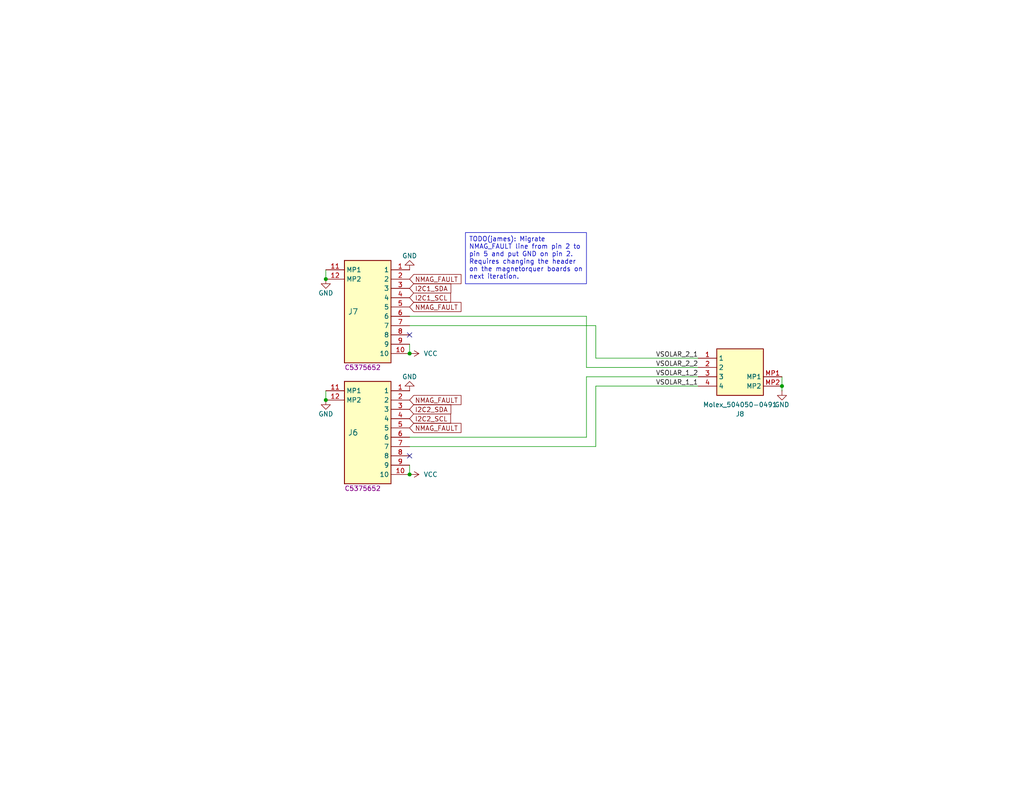
<source format=kicad_sch>
(kicad_sch (version 20231120) (generator "eeschema") (generator_version "8.0")
  (paper "USLetter")
  (lib_symbols
    (symbol "TVSC:Molex_504050-0491"
      (property "Reference" "J" (at 19.05 7.62 0))
      (property "Value" "Molex_504050-0491" (at 19.05 5.08 0))
      (symbol "Molex_504050-0491_1_1"
        (rectangle (start 5.08 2.54) (end 17.78 -10.16) (stroke (width 0.254)) (fill (type background)))
        (pin passive line (at 0 -7.62 0) (length 5.08) (name "1") (number "1"))
        (pin passive line (at 0 -5.08 0) (length 5.08) (name "2") (number "2"))
        (pin passive line (at 0 -2.54 0) (length 5.08) (name "3") (number "3"))
        (pin passive line (at 0 0 0) (length 5.08) (name "4") (number "4"))
        (pin passive line (at 22.86 -2.54 180) (length 5.08) (name "MP1") (number "MP1"))
        (pin passive line (at 22.86 0 180) (length 5.08) (name "MP2") (number "MP2"))
      )
    )
    (symbol "TVSC:Molex_504050-1091"
      (property "Reference" "J" (at 5.08 7.62 0))
      (property "Value" "Molex_504050-1091" (at 5.08 5.08 0))
      (property "MPN" "C5375652" (at 17.78 -26.67 0))
      (symbol "Molex_504050-1091_1_1"
        (rectangle (start 5.08 2.54) (end 17.78 -25.4) (stroke (width 0.254)) (fill (type background)))
        (pin passive line (at 0 0 0) (length 5.08) (name "1") (number "1"))
        (pin passive line (at 0 -22.86 0) (length 5.08) (name "10") (number "10"))
        (pin passive line (at 22.86 0 180) (length 5.08) (name "MP1") (number "11"))
        (pin passive line (at 22.86 -2.54 180) (length 5.08) (name "MP2") (number "12"))
        (pin passive line (at 0 -2.54 0) (length 5.08) (name "2") (number "2"))
        (pin passive line (at 0 -5.08 0) (length 5.08) (name "3") (number "3"))
        (pin passive line (at 0 -7.62 0) (length 5.08) (name "4") (number "4"))
        (pin passive line (at 0 -10.16 0) (length 5.08) (name "5") (number "5"))
        (pin passive line (at 0 -12.7 0) (length 5.08) (name "6") (number "6"))
        (pin passive line (at 0 -15.24 0) (length 5.08) (name "7") (number "7"))
        (pin passive line (at 0 -17.78 0) (length 5.08) (name "8") (number "8"))
        (pin passive line (at 0 -20.32 0) (length 5.08) (name "9") (number "9"))
      )
    )
    (symbol "power:GND" (power) (pin_numbers hide) (pin_names (offset 0) hide)
      (property "Value" "GND" (at 0 -3.81 0))
      (symbol "GND_0_1"
        (polyline (pts (xy 0 0) (xy 0 -1.27) (xy 1.27 -1.27) (xy 0 -2.54) (xy -1.27 -1.27) (xy 0 -1.27)))
      )
      (symbol "GND_1_1"
        (pin power_in line (at 0 0 270) (length 0) (name "~") (number "1"))
      )
    )
    (symbol "power:VCC" (power) (pin_numbers hide) (pin_names (offset 0) hide)
      (property "Value" "VCC" (at 0 3.556 0))
      (symbol "VCC_0_1"
        (polyline (pts (xy -0.762 1.27) (xy 0 2.54)))
        (polyline (pts (xy 0 0) (xy 0 2.54)))
        (polyline (pts (xy 0 2.54) (xy 0.762 1.27)))
      )
      (symbol "VCC_1_1"
        (pin power_in line (at 0 0 90) (length 0) (name "~") (number "1"))
      )
    )
  )
  (junction (at 111.76 96.52))
  (junction (at 213.36 105.41))
  (junction (at 111.76 129.54))
  (junction (at 88.9 76.2))
  (junction (at 88.9 109.22))
  (no_connect (at 111.76 91.44))
  (no_connect (at 111.76 124.46))
  (wire (pts (xy 190.5 102.87) (xy 160.02 102.87)))
  (wire (pts (xy 111.76 127) (xy 111.76 129.54)))
  (wire (pts (xy 160.02 119.38) (xy 111.76 119.38)))
  (wire (pts (xy 88.9 73.66) (xy 88.9 76.2)))
  (wire (pts (xy 162.56 97.79) (xy 190.5 97.79)))
  (wire (pts (xy 111.76 93.98) (xy 111.76 96.52)))
  (wire (pts (xy 111.76 86.36) (xy 160.02 86.36)))
  (wire (pts (xy 160.02 86.36) (xy 160.02 100.33)))
  (wire (pts (xy 162.56 88.9) (xy 111.76 88.9)))
  (wire (pts (xy 190.5 105.41) (xy 162.56 105.41)))
  (wire (pts (xy 213.36 105.41) (xy 213.36 106.68)))
  (wire (pts (xy 162.56 105.41) (xy 162.56 121.92)))
  (wire (pts (xy 160.02 102.87) (xy 160.02 119.38)))
  (wire (pts (xy 88.9 106.68) (xy 88.9 109.22)))
  (wire (pts (xy 162.56 88.9) (xy 162.56 97.79)))
  (wire (pts (xy 213.36 102.87) (xy 213.36 105.41)))
  (wire (pts (xy 190.5 100.33) (xy 160.02 100.33)))
  (wire (pts (xy 162.56 121.92) (xy 111.76 121.92)))
  (text_box "TODO(james): Migrate NMAG_FAULT line from pin 2 to pin 5 and put GND on pin 2. Requires changing the header on the magnetorquer boards on next iteration." (at 127 63.5 0) (size 33.02 13.97) (effects (font (size 1.27 1.27)) (justify left top)))
  (label "VSOLAR_1_2" (at 190.5 102.87 180))
  (label "VSOLAR_1_1" (at 190.5 105.41 180))
  (label "VSOLAR_2_2" (at 190.5 100.33 180))
  (label "VSOLAR_2_1" (at 190.5 97.79 180))
  (global_label "NMAG_FAULT" (shape input) (at 111.76 83.82 0) (property "Intersheetrefs" "${INTERSHEET_REFS}" (effects (hide yes))))
  (global_label "I2C2_SDA" (shape input) (at 111.76 111.76 0) (property "Intersheetrefs" "${INTERSHEET_REFS}" (effects (hide yes))))
  (global_label "I2C1_SDA" (shape input) (at 111.76 78.74 0) (property "Intersheetrefs" "${INTERSHEET_REFS}" (effects (hide yes))))
  (global_label "NMAG_FAULT" (shape input) (at 111.76 76.2 0) (property "Intersheetrefs" "${INTERSHEET_REFS}" (effects (hide yes))))
  (global_label "NMAG_FAULT" (shape input) (at 111.76 116.84 0) (property "Intersheetrefs" "${INTERSHEET_REFS}" (effects (hide yes))))
  (global_label "I2C1_SCL" (shape input) (at 111.76 81.28 0) (property "Intersheetrefs" "${INTERSHEET_REFS}" (effects (hide yes))))
  (global_label "I2C2_SCL" (shape input) (at 111.76 114.3 0) (property "Intersheetrefs" "${INTERSHEET_REFS}" (effects (hide yes))))
  (global_label "NMAG_FAULT" (shape input) (at 111.76 109.22 0) (property "Intersheetrefs" "${INTERSHEET_REFS}" (effects (hide yes))))
  (symbol (lib_id "power:GND") (at 88.9 109.22 0) (mirror y) (unit 1)
    (property "Reference" "#PWR048" (effects (hide yes)))
    (property "Value" "GND" (at 88.9 113.03 0))
  )
  (symbol (lib_id "power:GND") (at 88.9 76.2 0) (mirror y) (unit 1)
    (property "Reference" "#PWR040" (effects (hide yes)))
    (property "Value" "GND" (at 88.9 80.01 0))
  )
  (symbol (lib_id "TVSC:Molex_504050-1091") (at 111.76 106.68 0) (mirror y) (unit 1)
    (property "Reference" "J6" (at 97.79 118.11 0) (effects (font (size 1.524 1.524)) (justify left)))
    (property "Value" "Molex_504050-0891" (effects (hide yes)))
    (property "Footprint" "footprints:Molex_504050-1091" (effects (hide yes)))
    (property "Datasheet" "https://datasheet.datasheetarchive.com/originals/distributors/Datasheets_SAMA/78973205e9f4d17ddd54ea229574413e.pdf" (effects (hide yes)))
    (property "MPN" "C5375652" (at 93.98 133.35 0) (effects (justify right)))
    (property "Manufacturer" "Molex" (effects (hide yes)))
    (property "Manufacturer Part Number" "504050-1091" (effects (hide yes)))
    (property "Active" "Y" (effects (hide yes)))
    (property "Basic or Extended Component" "Extended" (effects (hide yes)))
  )
  (symbol (lib_id "TVSC:Molex_504050-0491") (at 190.5 105.41 0) (mirror x) (unit 1)
    (property "Reference" "J8" (at 201.93 113.03 0))
    (property "Value" "Molex_504050-0491" (at 201.93 110.49 0))
    (property "Footprint" "footprints:Molex_504050-0491" (effects (hide yes)))
    (property "Datasheet" "http://www.molex.com/pdm_docs/sd/5040500491_sd.pdf" (effects (hide yes)))
    (property "Manufacturer" "Molex" (effects (hide yes)))
    (property "Manufacturer Part Number" "504050-0491" (effects (hide yes)))
    (property "MPN" "C177235" (effects (hide yes)))
    (property "Active" "Y" (effects (hide yes)))
    (property "Basic or Extended Component" "Extended" (effects (hide yes)))
  )
  (symbol (lib_id "power:VCC") (at 111.76 96.52 270) (unit 1)
    (property "Reference" "#PWR050" (effects (hide yes)))
    (property "Value" "VCC" (at 115.57 96.52 90) (effects (justify left)))
  )
  (symbol (lib_id "TVSC:Molex_504050-1091") (at 111.76 73.66 0) (mirror y) (unit 1)
    (property "Reference" "J7" (at 97.79 85.09 0) (effects (font (size 1.524 1.524)) (justify left)))
    (property "Value" "Molex_504050-0891" (effects (hide yes)))
    (property "Footprint" "footprints:Molex_504050-1091" (effects (hide yes)))
    (property "Datasheet" "https://datasheet.datasheetarchive.com/originals/distributors/Datasheets_SAMA/78973205e9f4d17ddd54ea229574413e.pdf" (effects (hide yes)))
    (property "MPN" "C5375652" (at 93.98 100.33 0) (effects (justify right)))
    (property "Manufacturer" "Molex" (effects (hide yes)))
    (property "Manufacturer Part Number" "504050-1091" (effects (hide yes)))
    (property "Active" "Y" (effects (hide yes)))
    (property "Basic or Extended Component" "Extended" (effects (hide yes)))
  )
  (symbol (lib_id "power:GND") (at 111.76 73.66 0) (mirror x) (unit 1)
    (property "Reference" "#PWR049" (effects (hide yes)))
    (property "Value" "GND" (at 111.76 69.85 0))
  )
  (symbol (lib_id "power:GND") (at 213.36 106.68 0) (mirror y) (unit 1)
    (property "Reference" "#PWR065" (effects (hide yes)))
    (property "Value" "GND" (at 213.36 110.49 0))
  )
  (symbol (lib_id "power:GND") (at 111.76 106.68 0) (mirror x) (unit 1)
    (property "Reference" "#PWR064" (effects (hide yes)))
    (property "Value" "GND" (at 111.76 102.87 0))
  )
  (symbol (lib_id "power:VCC") (at 111.76 129.54 270) (unit 1)
    (property "Reference" "#PWR055" (effects (hide yes)))
    (property "Value" "VCC" (at 115.57 129.54 90) (effects (justify left)))
  )
)
</source>
